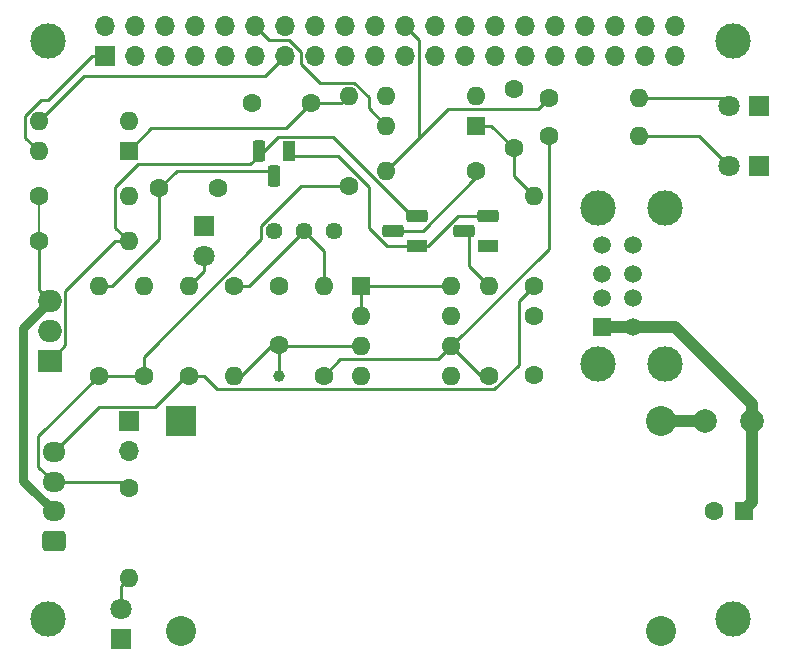
<source format=gtl>
%TF.GenerationSoftware,KiCad,Pcbnew,7.0.9*%
%TF.CreationDate,2023-12-05T18:08:32+01:00*%
%TF.ProjectId,RPi_Car_HAT,5250695f-4361-4725-9f48-41542e6b6963,rev?*%
%TF.SameCoordinates,Original*%
%TF.FileFunction,Copper,L1,Top*%
%TF.FilePolarity,Positive*%
%FSLAX46Y46*%
G04 Gerber Fmt 4.6, Leading zero omitted, Abs format (unit mm)*
G04 Created by KiCad (PCBNEW 7.0.9) date 2023-12-05 18:08:32*
%MOMM*%
%LPD*%
G01*
G04 APERTURE LIST*
G04 Aperture macros list*
%AMRoundRect*
0 Rectangle with rounded corners*
0 $1 Rounding radius*
0 $2 $3 $4 $5 $6 $7 $8 $9 X,Y pos of 4 corners*
0 Add a 4 corners polygon primitive as box body*
4,1,4,$2,$3,$4,$5,$6,$7,$8,$9,$2,$3,0*
0 Add four circle primitives for the rounded corners*
1,1,$1+$1,$2,$3*
1,1,$1+$1,$4,$5*
1,1,$1+$1,$6,$7*
1,1,$1+$1,$8,$9*
0 Add four rect primitives between the rounded corners*
20,1,$1+$1,$2,$3,$4,$5,0*
20,1,$1+$1,$4,$5,$6,$7,0*
20,1,$1+$1,$6,$7,$8,$9,0*
20,1,$1+$1,$8,$9,$2,$3,0*%
G04 Aperture macros list end*
%TA.AperFunction,WasherPad*%
%ADD10C,3.000000*%
%TD*%
%TA.AperFunction,ComponentPad*%
%ADD11C,1.000000*%
%TD*%
%TA.AperFunction,ComponentPad*%
%ADD12C,1.600000*%
%TD*%
%TA.AperFunction,ComponentPad*%
%ADD13O,1.600000X1.600000*%
%TD*%
%TA.AperFunction,ComponentPad*%
%ADD14C,1.440000*%
%TD*%
%TA.AperFunction,ComponentPad*%
%ADD15R,1.600000X1.600000*%
%TD*%
%TA.AperFunction,ComponentPad*%
%ADD16R,1.500000X1.500000*%
%TD*%
%TA.AperFunction,ComponentPad*%
%ADD17C,1.500000*%
%TD*%
%TA.AperFunction,ComponentPad*%
%ADD18C,3.000000*%
%TD*%
%TA.AperFunction,ComponentPad*%
%ADD19R,1.800000X1.100000*%
%TD*%
%TA.AperFunction,ComponentPad*%
%ADD20RoundRect,0.275000X0.625000X-0.275000X0.625000X0.275000X-0.625000X0.275000X-0.625000X-0.275000X0*%
%TD*%
%TA.AperFunction,ComponentPad*%
%ADD21R,1.800000X1.800000*%
%TD*%
%TA.AperFunction,ComponentPad*%
%ADD22C,1.800000*%
%TD*%
%TA.AperFunction,ComponentPad*%
%ADD23RoundRect,0.250000X0.725000X-0.600000X0.725000X0.600000X-0.725000X0.600000X-0.725000X-0.600000X0*%
%TD*%
%TA.AperFunction,ComponentPad*%
%ADD24O,1.950000X1.700000*%
%TD*%
%TA.AperFunction,ComponentPad*%
%ADD25R,1.100000X1.800000*%
%TD*%
%TA.AperFunction,ComponentPad*%
%ADD26RoundRect,0.275000X0.275000X0.625000X-0.275000X0.625000X-0.275000X-0.625000X0.275000X-0.625000X0*%
%TD*%
%TA.AperFunction,ComponentPad*%
%ADD27R,2.540000X2.540000*%
%TD*%
%TA.AperFunction,ComponentPad*%
%ADD28C,2.540000*%
%TD*%
%TA.AperFunction,ComponentPad*%
%ADD29R,2.000000X1.905000*%
%TD*%
%TA.AperFunction,ComponentPad*%
%ADD30O,2.000000X1.905000*%
%TD*%
%TA.AperFunction,ComponentPad*%
%ADD31C,2.000000*%
%TD*%
%TA.AperFunction,ComponentPad*%
%ADD32R,1.700000X1.700000*%
%TD*%
%TA.AperFunction,ComponentPad*%
%ADD33O,1.700000X1.700000*%
%TD*%
%TA.AperFunction,Conductor*%
%ADD34C,0.250000*%
%TD*%
%TA.AperFunction,Conductor*%
%ADD35C,1.000000*%
%TD*%
%TA.AperFunction,Conductor*%
%ADD36C,0.750000*%
%TD*%
%TA.AperFunction,Conductor*%
%ADD37C,0.200000*%
%TD*%
G04 APERTURE END LIST*
D10*
X82040000Y-64310000D03*
X140040000Y-64330000D03*
X82040000Y-113320000D03*
X140030000Y-113310000D03*
D11*
X101600000Y-92710000D03*
D12*
X119380000Y-92710000D03*
D13*
X119380000Y-85090000D03*
D14*
X101184755Y-80425244D03*
X103724755Y-80425244D03*
X106264755Y-80425244D03*
D15*
X88890000Y-73665000D03*
D13*
X88890000Y-71125000D03*
X81270000Y-71125000D03*
X81270000Y-73665000D03*
D16*
X129010000Y-88590000D03*
D17*
X129010000Y-86090000D03*
X129010000Y-84090000D03*
X129010000Y-81590000D03*
X131630000Y-88590000D03*
X131630000Y-86090000D03*
X131630000Y-84090000D03*
X131630000Y-81590000D03*
D18*
X128660000Y-91660000D03*
X134340000Y-91660000D03*
X128660000Y-78520000D03*
X134340000Y-78520000D03*
D12*
X124460000Y-69215000D03*
D13*
X132080000Y-69215000D03*
D12*
X107534755Y-76615244D03*
D13*
X107534755Y-68995244D03*
D12*
X86360000Y-92710000D03*
D13*
X86360000Y-85090000D03*
D19*
X119364755Y-81695244D03*
D20*
X117294755Y-80425244D03*
X119364755Y-79155244D03*
D12*
X91480000Y-76835000D03*
X96480000Y-76835000D03*
D15*
X108595000Y-85100000D03*
D13*
X108595000Y-87640000D03*
X108595000Y-90180000D03*
X108595000Y-92720000D03*
X116215000Y-92720000D03*
X116215000Y-90180000D03*
X116215000Y-87640000D03*
X116215000Y-85100000D03*
D21*
X88265000Y-114940000D03*
D22*
X88265000Y-112400000D03*
D21*
X142240000Y-74930000D03*
D22*
X139700000Y-74930000D03*
D19*
X113315000Y-81695244D03*
D20*
X111245000Y-80425244D03*
X113315000Y-79155244D03*
D12*
X88900000Y-102235000D03*
D13*
X88900000Y-109855000D03*
D21*
X142240000Y-69850000D03*
D22*
X139700000Y-69850000D03*
D12*
X124460000Y-72390000D03*
D13*
X132080000Y-72390000D03*
D12*
X93980000Y-92710000D03*
D13*
X93980000Y-85090000D03*
D12*
X105410000Y-92710000D03*
D13*
X105410000Y-85090000D03*
D23*
X82550000Y-106680000D03*
D24*
X82550000Y-104180000D03*
X82550000Y-101680000D03*
X82550000Y-99180000D03*
D15*
X118319755Y-71540244D03*
D13*
X118319755Y-69000244D03*
X110699755Y-69000244D03*
X110699755Y-71540244D03*
D25*
X102454755Y-73675244D03*
D26*
X101184755Y-75745244D03*
X99914755Y-73675244D03*
D12*
X81280000Y-77470000D03*
D13*
X88900000Y-77470000D03*
D15*
X140970000Y-104140000D03*
D12*
X138470000Y-104140000D03*
D27*
X93345000Y-96520000D03*
D28*
X93345000Y-114300000D03*
X133985000Y-114300000D03*
X133985000Y-96520000D03*
D12*
X97790000Y-85090000D03*
D13*
X97790000Y-92710000D03*
D29*
X82225000Y-91440000D03*
D30*
X82225000Y-88900000D03*
X82225000Y-86360000D03*
D12*
X123190000Y-87670000D03*
X123190000Y-92670000D03*
D21*
X95250000Y-80005000D03*
D22*
X95250000Y-82545000D03*
D12*
X118329755Y-75345244D03*
D13*
X110709755Y-75345244D03*
D12*
X101600000Y-90130000D03*
X101600000Y-85130000D03*
D31*
X137700000Y-96520000D03*
X141700000Y-96520000D03*
D32*
X88900000Y-96520000D03*
D33*
X88900000Y-99060000D03*
D12*
X90170000Y-92710000D03*
D13*
X90170000Y-85090000D03*
D12*
X123190000Y-85090000D03*
D13*
X123190000Y-77470000D03*
D12*
X104359755Y-69630244D03*
X99359755Y-69630244D03*
X81280000Y-81280000D03*
D13*
X88900000Y-81280000D03*
D12*
X121504755Y-73440244D03*
X121504755Y-68440244D03*
D32*
X86920000Y-65590000D03*
D33*
X86920000Y-63050000D03*
X89460000Y-65590000D03*
X89460000Y-63050000D03*
X92000000Y-65590000D03*
X92000000Y-63050000D03*
X94540000Y-65590000D03*
X94540000Y-63050000D03*
X97080000Y-65590000D03*
X97080000Y-63050000D03*
X99620000Y-65590000D03*
X99620000Y-63050000D03*
X102160000Y-65590000D03*
X102160000Y-63050000D03*
X104700000Y-65590000D03*
X104700000Y-63050000D03*
X107240000Y-65590000D03*
X107240000Y-63050000D03*
X109780000Y-65590000D03*
X109780000Y-63050000D03*
X112320000Y-65590000D03*
X112320000Y-63050000D03*
X114860000Y-65590000D03*
X114860000Y-63050000D03*
X117400000Y-65590000D03*
X117400000Y-63050000D03*
X119940000Y-65590000D03*
X119940000Y-63050000D03*
X122480000Y-65590000D03*
X122480000Y-63050000D03*
X125020000Y-65590000D03*
X125020000Y-63050000D03*
X127560000Y-65590000D03*
X127560000Y-63050000D03*
X130100000Y-65590000D03*
X130100000Y-63050000D03*
X132640000Y-65590000D03*
X132640000Y-63050000D03*
X135180000Y-65590000D03*
X135180000Y-63050000D03*
D34*
X85820000Y-65590000D02*
X86920000Y-65590000D01*
X81449700Y-69355000D02*
X82055000Y-69355000D01*
X80145489Y-70659211D02*
X81449700Y-69355000D01*
X82055000Y-69355000D02*
X85820000Y-65590000D01*
X81270000Y-73665000D02*
X80145489Y-72540489D01*
X80145489Y-72540489D02*
X80145489Y-70659211D01*
D35*
X141700000Y-103410000D02*
X140970000Y-104140000D01*
X141700000Y-95105787D02*
X135184213Y-88590000D01*
X141700000Y-96520000D02*
X141700000Y-103410000D01*
X141700000Y-96520000D02*
X141700000Y-95105787D01*
X135184213Y-88590000D02*
X129010000Y-88590000D01*
D34*
X100794511Y-64224511D02*
X102455521Y-64224511D01*
X103525489Y-65294479D02*
X103525489Y-66295969D01*
X109220000Y-69090189D02*
X109220000Y-70060489D01*
X103525489Y-66295969D02*
X105100253Y-67870733D01*
X99620000Y-63050000D02*
X100794511Y-64224511D01*
X105100253Y-67870733D02*
X108000544Y-67870733D01*
X108000544Y-67870733D02*
X109220000Y-69090189D01*
X102455521Y-64224511D02*
X103525489Y-65294479D01*
X109220000Y-70060489D02*
X110699755Y-71540244D01*
X81270000Y-71125000D02*
X85110000Y-67285000D01*
X85110000Y-67285000D02*
X100465000Y-67285000D01*
X100465000Y-67285000D02*
X102160000Y-65590000D01*
X108595000Y-90180000D02*
X101650000Y-90180000D01*
X101600000Y-90130000D02*
X101600000Y-92710000D01*
X101005000Y-90130000D02*
X101600000Y-90130000D01*
X101650000Y-90180000D02*
X101600000Y-90130000D01*
X98425000Y-92710000D02*
X101005000Y-90130000D01*
X91480000Y-81101370D02*
X91480000Y-76835000D01*
X92969756Y-75345244D02*
X101184755Y-75345244D01*
X87491370Y-85090000D02*
X91480000Y-81101370D01*
X91480000Y-76835000D02*
X92969756Y-75345244D01*
X86360000Y-85090000D02*
X87491370Y-85090000D01*
X88265000Y-112400000D02*
X88265000Y-110490000D01*
X88265000Y-110490000D02*
X88900000Y-109855000D01*
X95250000Y-82545000D02*
X95250000Y-83820000D01*
X95250000Y-83820000D02*
X93980000Y-85090000D01*
X139065000Y-69215000D02*
X139700000Y-69850000D01*
X132080000Y-69215000D02*
X139065000Y-69215000D01*
X132080000Y-72390000D02*
X137160000Y-72390000D01*
X137160000Y-72390000D02*
X139700000Y-74930000D01*
X113494511Y-64224511D02*
X112320000Y-63050000D01*
X110709755Y-75345244D02*
X115930243Y-70124755D01*
X123550245Y-70124755D02*
X115930243Y-70124755D01*
X113494511Y-72560488D02*
X113494511Y-64224511D01*
X124460000Y-69215000D02*
X123550245Y-70124755D01*
X81280000Y-81280000D02*
X81280000Y-85415000D01*
D36*
X79970000Y-88615000D02*
X82225000Y-86360000D01*
D34*
X81280000Y-85415000D02*
X82225000Y-86360000D01*
D36*
X79970000Y-101600000D02*
X79970000Y-88615000D01*
X82550000Y-104180000D02*
X79970000Y-101600000D01*
D37*
X81280000Y-77470000D02*
X81280000Y-81280000D01*
D34*
X104359755Y-69630244D02*
X106899755Y-69630244D01*
X104359755Y-69630244D02*
X102234999Y-71755000D01*
X102234999Y-71755000D02*
X90800000Y-71755000D01*
X106899755Y-69630244D02*
X107534755Y-68995244D01*
X90800000Y-71755000D02*
X88890000Y-73665000D01*
X103517592Y-76615244D02*
X107534755Y-76615244D01*
X81250480Y-97819520D02*
X86360000Y-92710000D01*
X81250480Y-100380480D02*
X81250480Y-97819520D01*
X88345000Y-101680000D02*
X88900000Y-102235000D01*
X86360000Y-92710000D02*
X90170000Y-92710000D01*
X100140244Y-81149456D02*
X100140244Y-79992592D01*
X82550000Y-101680000D02*
X81250480Y-100380480D01*
X90170000Y-91119700D02*
X100140244Y-81149456D01*
X100140244Y-79992592D02*
X103517592Y-76615244D01*
X82550000Y-101680000D02*
X88345000Y-101680000D01*
X90170000Y-92710000D02*
X90170000Y-91119700D01*
X121920000Y-86360000D02*
X123190000Y-85090000D01*
X86384511Y-95345489D02*
X91090511Y-95345489D01*
X95250000Y-92710000D02*
X96384511Y-93844511D01*
X91090511Y-95345489D02*
X93726000Y-92710000D01*
X93726000Y-92710000D02*
X95250000Y-92710000D01*
X82550000Y-99180000D02*
X86384511Y-95345489D01*
X119835789Y-93844511D02*
X121920000Y-91760300D01*
X96384511Y-93844511D02*
X119835789Y-93844511D01*
X121920000Y-91760300D02*
X121920000Y-86360000D01*
X118319755Y-71540244D02*
X119604755Y-71540244D01*
X121504755Y-75784755D02*
X123190000Y-77470000D01*
X119604755Y-71540244D02*
X121504755Y-73440244D01*
X121504755Y-73440244D02*
X121504755Y-75784755D01*
D35*
X133985000Y-96520000D02*
X137700000Y-96520000D01*
D34*
X116808607Y-79155244D02*
X118964755Y-79155244D01*
X112915000Y-81695244D02*
X110758852Y-81695244D01*
X109220000Y-80156392D02*
X109220000Y-76709498D01*
X112915000Y-81695244D02*
X114268607Y-81695244D01*
X114268607Y-81695244D02*
X116808607Y-79155244D01*
X110758852Y-81695244D02*
X109220000Y-80156392D01*
X109220000Y-76709498D02*
X106585746Y-74075244D01*
X106585746Y-74075244D02*
X102454755Y-74075244D01*
X113030000Y-81280000D02*
X113282544Y-81280000D01*
X88900000Y-81280000D02*
X87768630Y-81280000D01*
X87775489Y-76689511D02*
X87775489Y-80155489D01*
X87768630Y-81280000D02*
X83549520Y-85499110D01*
X112915000Y-79155244D02*
X106210000Y-72450244D01*
X106210000Y-72450244D02*
X101539755Y-72450244D01*
X87775489Y-80155489D02*
X88900000Y-81280000D01*
X83549520Y-90115480D02*
X82225000Y-91440000D01*
X99914755Y-74075244D02*
X99200488Y-74789511D01*
X89675489Y-74789511D02*
X87775489Y-76689511D01*
X101539755Y-72450244D02*
X99914755Y-74075244D01*
X83549520Y-85499110D02*
X83549520Y-90115480D01*
X99200488Y-74789511D02*
X89675489Y-74789511D01*
X117694755Y-83404755D02*
X119380000Y-85090000D01*
X117694755Y-80425244D02*
X117694755Y-83404755D01*
X111645000Y-80425244D02*
X113801148Y-80425244D01*
X118329755Y-75896637D02*
X118329755Y-75345244D01*
X113801148Y-80425244D02*
X118329755Y-75896637D01*
X108595000Y-85100000D02*
X116215000Y-85100000D01*
X108595000Y-85100000D02*
X108595000Y-87640000D01*
X124460000Y-81935000D02*
X124460000Y-72390000D01*
X118745000Y-92710000D02*
X119380000Y-92710000D01*
X105410000Y-92710000D02*
X106815489Y-91304511D01*
X106815489Y-91304511D02*
X115090489Y-91304511D01*
X116215000Y-90180000D02*
X118745000Y-92710000D01*
X116215000Y-90180000D02*
X124460000Y-81935000D01*
X115090489Y-91304511D02*
X116215000Y-90180000D01*
X103724755Y-80425244D02*
X99059999Y-85090000D01*
X105410000Y-85090000D02*
X105410000Y-82110489D01*
X105410000Y-82110489D02*
X103724755Y-80425244D01*
X99059999Y-85090000D02*
X97790000Y-85090000D01*
M02*

</source>
